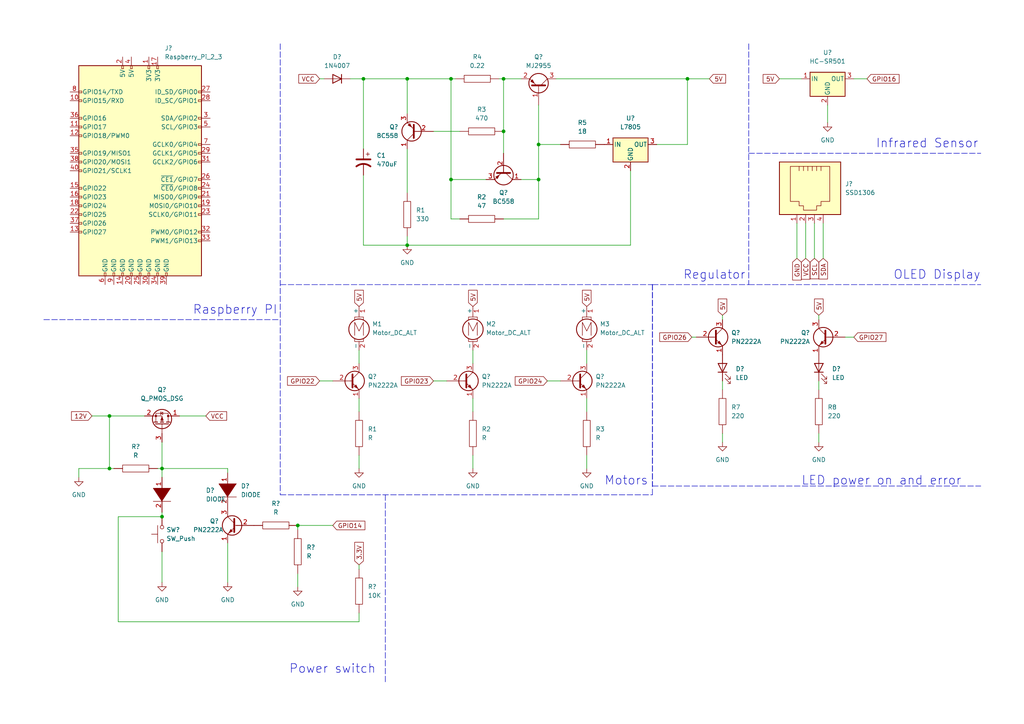
<source format=kicad_sch>
(kicad_sch (version 20211123) (generator eeschema)
  (paper "A4")
  (lib_symbols
    (symbol "Connector:6P4C" (pin_names (offset 1.016))
      (property "Reference" "J" (at -5.08 11.43 0))
      (property "Value" "6P4C" (at 2.54 11.43 0))
      (symbol "6P4C_0_1"
        (polyline (pts (xy -6.35 -1.905) (xy -5.08 -1.905) (xy -5.08 -1.905)))
        (polyline (pts (xy -6.35 -0.635) (xy -5.08 -0.635) (xy -5.08 -0.635)))
        (polyline (pts (xy -6.35 0.635) (xy -5.08 0.635) (xy -5.08 0.635)))
        (polyline (pts (xy -6.35 1.905) (xy -5.08 1.905) (xy -5.08 1.905)))
        (polyline (pts (xy -6.35 3.175) (xy -5.08 3.175) (xy -5.08 3.175)))
        (polyline (pts (xy -5.08 4.445) (xy -6.35 4.445) (xy -6.35 4.445)))
        (polyline (pts (xy -6.35 -4.445) (xy -6.35 6.985) (xy 3.81 6.985) (xy 3.81 4.445) (xy 5.08 4.445) (xy 5.08 3.175) (xy 6.35 3.175) (xy 6.35 -0.635) (xy 5.08 -0.635) (xy 5.08 -1.905) (xy 3.81 -1.905) (xy 3.81 -4.445) (xy -6.35 -4.445) (xy -6.35 -4.445)))
        (rectangle (start 7.62 10.16) (end -7.62 -7.62) (stroke (width 0.254)) (fill (type background)))
      )
      (symbol "6P4C_1_1"
        (pin passive line (at 10.16 -2.54 180) (length 2.54) (name "~") (number "1"))
        (pin passive line (at 10.16 0 180) (length 2.54) (name "~") (number "2"))
        (pin passive line (at 10.16 2.54 180) (length 2.54) (name "~") (number "3"))
        (pin passive line (at 10.16 5.08 180) (length 2.54) (name "~") (number "4"))
      )
    )
    (symbol "Connector:Raspberry_Pi_2_3" (pin_names (offset 1.016))
      (property "Reference" "J" (at -17.78 31.75 0))
      (property "Value" "Raspberry_Pi_2_3" (at 10.16 -31.75 0))
      (symbol "Raspberry_Pi_2_3_0_1"
        (rectangle (start -17.78 30.48) (end 17.78 -30.48) (stroke (width 0.254)) (fill (type background)))
      )
      (symbol "Raspberry_Pi_2_3_1_1"
        (rectangle (start -16.891 -17.526) (end -17.78 -18.034))
        (rectangle (start -16.891 -14.986) (end -17.78 -15.494))
        (rectangle (start -16.891 -12.446) (end -17.78 -12.954))
        (rectangle (start -16.891 -9.906) (end -17.78 -10.414))
        (rectangle (start -16.891 -7.366) (end -17.78 -7.874))
        (rectangle (start -16.891 -4.826) (end -17.78 -5.334))
        (rectangle (start -16.891 0.254) (end -17.78 -0.254))
        (rectangle (start -16.891 2.794) (end -17.78 2.286))
        (rectangle (start -16.891 5.334) (end -17.78 4.826))
        (rectangle (start -16.891 10.414) (end -17.78 9.906))
        (rectangle (start -16.891 12.954) (end -17.78 12.446))
        (rectangle (start -16.891 15.494) (end -17.78 14.986))
        (rectangle (start -16.891 20.574) (end -17.78 20.066))
        (rectangle (start -16.891 23.114) (end -17.78 22.606))
        (rectangle (start -10.414 -29.591) (end -9.906 -30.48))
        (rectangle (start -7.874 -29.591) (end -7.366 -30.48))
        (rectangle (start -5.334 -29.591) (end -4.826 -30.48))
        (rectangle (start -5.334 30.48) (end -4.826 29.591))
        (rectangle (start -2.794 -29.591) (end -2.286 -30.48))
        (rectangle (start -2.794 30.48) (end -2.286 29.591))
        (rectangle (start -0.254 -29.591) (end 0.254 -30.48))
        (rectangle (start 2.286 -29.591) (end 2.794 -30.48))
        (rectangle (start 2.286 30.48) (end 2.794 29.591))
        (rectangle (start 4.826 -29.591) (end 5.334 -30.48))
        (rectangle (start 4.826 30.48) (end 5.334 29.591))
        (rectangle (start 7.366 -29.591) (end 7.874 -30.48))
        (rectangle (start 17.78 -20.066) (end 16.891 -20.574))
        (rectangle (start 17.78 -17.526) (end 16.891 -18.034))
        (rectangle (start 17.78 -12.446) (end 16.891 -12.954))
        (rectangle (start 17.78 -9.906) (end 16.891 -10.414))
        (rectangle (start 17.78 -7.366) (end 16.891 -7.874))
        (rectangle (start 17.78 -4.826) (end 16.891 -5.334))
        (rectangle (start 17.78 -2.286) (end 16.891 -2.794))
        (rectangle (start 17.78 2.794) (end 16.891 2.286))
        (rectangle (start 17.78 5.334) (end 16.891 4.826))
        (rectangle (start 17.78 7.874) (end 16.891 7.366))
        (rectangle (start 17.78 12.954) (end 16.891 12.446))
        (rectangle (start 17.78 15.494) (end 16.891 14.986))
        (rectangle (start 17.78 20.574) (end 16.891 20.066))
        (rectangle (start 17.78 23.114) (end 16.891 22.606))
        (pin power_in line (at 2.54 33.02 270) (length 2.54) (name "3V3") (number "1"))
        (pin bidirectional line (at -20.32 20.32 0) (length 2.54) (name "GPIO15/RXD") (number "10"))
        (pin bidirectional line (at -20.32 12.7 0) (length 2.54) (name "GPIO17") (number "11"))
        (pin bidirectional line (at -20.32 10.16 0) (length 2.54) (name "GPIO18/PWM0") (number "12"))
        (pin bidirectional line (at -20.32 -17.78 0) (length 2.54) (name "GPIO27") (number "13"))
        (pin power_in line (at -5.08 -33.02 90) (length 2.54) (name "GND") (number "14"))
        (pin bidirectional line (at -20.32 -5.08 0) (length 2.54) (name "GPIO22") (number "15"))
        (pin bidirectional line (at -20.32 -7.62 0) (length 2.54) (name "GPIO23") (number "16"))
        (pin power_in line (at 5.08 33.02 270) (length 2.54) (name "3V3") (number "17"))
        (pin bidirectional line (at -20.32 -10.16 0) (length 2.54) (name "GPIO24") (number "18"))
        (pin bidirectional line (at 20.32 -10.16 180) (length 2.54) (name "MOSI0/GPIO10") (number "19"))
        (pin power_in line (at -5.08 33.02 270) (length 2.54) (name "5V") (number "2"))
        (pin power_in line (at -2.54 -33.02 90) (length 2.54) (name "GND") (number "20"))
        (pin bidirectional line (at 20.32 -7.62 180) (length 2.54) (name "MISO0/GPIO9") (number "21"))
        (pin bidirectional line (at -20.32 -12.7 0) (length 2.54) (name "GPIO25") (number "22"))
        (pin bidirectional line (at 20.32 -12.7 180) (length 2.54) (name "SCLK0/GPIO11") (number "23"))
        (pin bidirectional line (at 20.32 -5.08 180) (length 2.54) (name "~{CE0}/GPIO8") (number "24"))
        (pin power_in line (at 0 -33.02 90) (length 2.54) (name "GND") (number "25"))
        (pin bidirectional line (at 20.32 -2.54 180) (length 2.54) (name "~{CE1}/GPIO7") (number "26"))
        (pin bidirectional line (at 20.32 22.86 180) (length 2.54) (name "ID_SD/GPIO0") (number "27"))
        (pin bidirectional line (at 20.32 20.32 180) (length 2.54) (name "ID_SC/GPIO1") (number "28"))
        (pin bidirectional line (at 20.32 5.08 180) (length 2.54) (name "GCLK1/GPIO5") (number "29"))
        (pin bidirectional line (at 20.32 15.24 180) (length 2.54) (name "SDA/GPIO2") (number "3"))
        (pin power_in line (at 2.54 -33.02 90) (length 2.54) (name "GND") (number "30"))
        (pin bidirectional line (at 20.32 2.54 180) (length 2.54) (name "GCLK2/GPIO6") (number "31"))
        (pin bidirectional line (at 20.32 -17.78 180) (length 2.54) (name "PWM0/GPIO12") (number "32"))
        (pin bidirectional line (at 20.32 -20.32 180) (length 2.54) (name "PWM1/GPIO13") (number "33"))
        (pin power_in line (at 5.08 -33.02 90) (length 2.54) (name "GND") (number "34"))
        (pin bidirectional line (at -20.32 5.08 0) (length 2.54) (name "GPIO19/MISO1") (number "35"))
        (pin bidirectional line (at -20.32 15.24 0) (length 2.54) (name "GPIO16") (number "36"))
        (pin bidirectional line (at -20.32 -15.24 0) (length 2.54) (name "GPIO26") (number "37"))
        (pin bidirectional line (at -20.32 2.54 0) (length 2.54) (name "GPIO20/MOSI1") (number "38"))
        (pin power_in line (at 7.62 -33.02 90) (length 2.54) (name "GND") (number "39"))
        (pin power_in line (at -2.54 33.02 270) (length 2.54) (name "5V") (number "4"))
        (pin bidirectional line (at -20.32 0 0) (length 2.54) (name "GPIO21/SCLK1") (number "40"))
        (pin bidirectional line (at 20.32 12.7 180) (length 2.54) (name "SCL/GPIO3") (number "5"))
        (pin power_in line (at -10.16 -33.02 90) (length 2.54) (name "GND") (number "6"))
        (pin bidirectional line (at 20.32 7.62 180) (length 2.54) (name "GCLK0/GPIO4") (number "7"))
        (pin bidirectional line (at -20.32 22.86 0) (length 2.54) (name "GPIO14/TXD") (number "8"))
        (pin power_in line (at -7.62 -33.02 90) (length 2.54) (name "GND") (number "9"))
      )
    )
    (symbol "Device:C_Polarized_US" (pin_numbers hide) (pin_names (offset 0.254) hide)
      (property "Reference" "C" (at 0.635 2.54 0))
      (property "Value" "C_Polarized_US" (at 0.635 -2.54 0))
      (symbol "C_Polarized_US_0_1"
        (polyline (pts (xy -2.032 0.762) (xy 2.032 0.762)) (stroke (width 0.508)))
        (polyline (pts (xy -1.778 2.286) (xy -0.762 2.286)))
        (polyline (pts (xy -1.27 1.778) (xy -1.27 2.794)))
        (arc (start 2.032 -1.27) (mid 0 -0.5572) (end -2.032 -1.27) (stroke (width 0.508)))
      )
      (symbol "C_Polarized_US_1_1"
        (pin passive line (at 0 3.81 270) (length 2.794) (name "~") (number "1"))
        (pin passive line (at 0 -3.81 90) (length 3.302) (name "~") (number "2"))
      )
    )
    (symbol "Device:LED" (pin_numbers hide) (pin_names (offset 1.016) hide)
      (property "Reference" "D" (at 0 2.54 0))
      (property "Value" "LED" (at 0 -2.54 0))
      (symbol "LED_0_1"
        (polyline (pts (xy -1.27 -1.27) (xy -1.27 1.27)) (stroke (width 0.254)))
        (polyline (pts (xy -1.27 0) (xy 1.27 0)))
        (polyline (pts (xy 1.27 -1.27) (xy 1.27 1.27) (xy -1.27 0) (xy 1.27 -1.27)) (stroke (width 0.254)))
        (polyline (pts (xy -3.048 -0.762) (xy -4.572 -2.286) (xy -3.81 -2.286) (xy -4.572 -2.286) (xy -4.572 -1.524)))
        (polyline (pts (xy -1.778 -0.762) (xy -3.302 -2.286) (xy -2.54 -2.286) (xy -3.302 -2.286) (xy -3.302 -1.524)))
      )
      (symbol "LED_1_1"
        (pin passive line (at -3.81 0 0) (length 2.54) (name "K") (number "1"))
        (pin passive line (at 3.81 0 180) (length 2.54) (name "A") (number "2"))
      )
    )
    (symbol "Device:Q_PMOS_DSG" (pin_names (offset 0) hide)
      (property "Reference" "Q" (at 5.08 1.27 0))
      (property "Value" "Q_PMOS_DSG" (at 5.08 -1.27 0))
      (symbol "Q_PMOS_DSG_0_1"
        (polyline (pts (xy 0.254 0) (xy -2.54 0)))
        (polyline (pts (xy 0.254 1.905) (xy 0.254 -1.905)) (stroke (width 0.254)))
        (polyline (pts (xy 0.762 -1.27) (xy 0.762 -2.286)) (stroke (width 0.254)))
        (polyline (pts (xy 0.762 0.508) (xy 0.762 -0.508)) (stroke (width 0.254)))
        (polyline (pts (xy 0.762 2.286) (xy 0.762 1.27)) (stroke (width 0.254)))
        (polyline (pts (xy 2.54 2.54) (xy 2.54 1.778)))
        (polyline (pts (xy 2.54 -2.54) (xy 2.54 0) (xy 0.762 0)))
        (polyline (pts (xy 0.762 1.778) (xy 3.302 1.778) (xy 3.302 -1.778) (xy 0.762 -1.778)))
        (polyline (pts (xy 2.286 0) (xy 1.27 0.381) (xy 1.27 -0.381) (xy 2.286 0)) (fill (type outline)))
        (polyline (pts (xy 2.794 -0.508) (xy 2.921 -0.381) (xy 3.683 -0.381) (xy 3.81 -0.254)))
        (polyline (pts (xy 3.302 -0.381) (xy 2.921 0.254) (xy 3.683 0.254) (xy 3.302 -0.381)))
        (circle (center 1.651 0) (radius 2.794) (stroke (width 0.254)))
        (circle (center 2.54 -1.778) (radius 0.254) (fill (type outline)))
        (circle (center 2.54 1.778) (radius 0.254) (fill (type outline)))
      )
      (symbol "Q_PMOS_DSG_1_1"
        (pin passive line (at 2.54 5.08 270) (length 2.54) (name "D") (number "1"))
        (pin passive line (at 2.54 -5.08 90) (length 2.54) (name "S") (number "2"))
        (pin input line (at -5.08 0 0) (length 2.54) (name "G") (number "3"))
      )
    )
    (symbol "Diode:1N4007" (pin_numbers hide) (pin_names (offset 1.016) hide)
      (property "Reference" "D" (at 0 2.54 0))
      (property "Value" "1N4007" (at 0 -2.54 0))
      (symbol "1N4007_0_1"
        (polyline (pts (xy -1.27 1.27) (xy -1.27 -1.27)) (stroke (width 0.254)))
        (polyline (pts (xy 1.27 0) (xy -1.27 0)))
        (polyline (pts (xy 1.27 1.27) (xy 1.27 -1.27) (xy -1.27 0) (xy 1.27 1.27)) (stroke (width 0.254)))
      )
      (symbol "1N4007_1_1"
        (pin passive line (at -3.81 0 0) (length 2.54) (name "K") (number "1"))
        (pin passive line (at 3.81 0 180) (length 2.54) (name "A") (number "2"))
      )
    )
    (symbol "Motor:Motor_DC_ALT" (pin_names (offset 0))
      (property "Reference" "M" (at 2.54 2.54 0))
      (property "Value" "Motor_DC_ALT" (at 2.54 -5.08 0))
      (symbol "Motor_DC_ALT_0_0"
        (circle (center 0 -1.524) (radius 2.9718) (stroke (width 0.254)))
        (polyline (pts (xy -1.27 -4.318) (xy -1.27 -5.08) (xy 1.27 -5.08) (xy 1.27 -4.318)))
        (polyline (pts (xy -1.27 1.27) (xy -1.27 2.032) (xy 1.27 2.032) (xy 1.27 1.27)))
        (polyline (pts (xy -1.27 -3.302) (xy -1.27 0.508) (xy 0 -2.032) (xy 1.27 0.508) (xy 1.27 -3.302)))
      )
      (symbol "Motor_DC_ALT_0_1"
        (polyline (pts (xy 0 2.032) (xy 0 2.54)))
      )
      (symbol "Motor_DC_ALT_1_1"
        (pin passive line (at 0 5.08 270) (length 2.54) (name "+") (number "1"))
        (pin passive line (at 0 -7.62 90) (length 2.54) (name "-") (number "2"))
      )
    )
    (symbol "Regulator_Linear:L7805" (pin_names (offset 0.254))
      (property "Reference" "U" (at -3.81 3.175 0))
      (property "Value" "L7805" (at 0 3.175 0))
      (symbol "L7805_0_1"
        (rectangle (start -5.08 1.905) (end 5.08 -5.08) (stroke (width 0.254)) (fill (type background)))
      )
      (symbol "L7805_1_1"
        (pin power_in line (at -7.62 0 0) (length 2.54) (name "IN") (number "1"))
        (pin power_in line (at 0 -7.62 90) (length 2.54) (name "GND") (number "2"))
        (pin power_out line (at 7.62 0 180) (length 2.54) (name "OUT") (number "3"))
      )
    )
    (symbol "Switch:SW_Push" (pin_numbers hide) (pin_names (offset 1.016) hide)
      (property "Reference" "SW" (at 1.27 2.54 0))
      (property "Value" "SW_Push" (at 0 -1.524 0))
      (symbol "SW_Push_0_1"
        (circle (center -2.032 0) (radius 0.508))
        (polyline (pts (xy 0 1.27) (xy 0 3.048)))
        (polyline (pts (xy 2.54 1.27) (xy -2.54 1.27)))
        (circle (center 2.032 0) (radius 0.508))
        (pin passive line (at -5.08 0 0) (length 2.54) (name "1") (number "1"))
        (pin passive line (at 5.08 0 180) (length 2.54) (name "2") (number "2"))
      )
    )
    (symbol "Transistor_BJT:BC558" (pin_names (offset 0) hide)
      (property "Reference" "Q" (at 5.08 1.905 0))
      (property "Value" "BC558" (at 5.08 0 0))
      (symbol "BC558_0_1"
        (polyline (pts (xy 0.635 0.635) (xy 2.54 2.54)))
        (polyline (pts (xy 0.635 -0.635) (xy 2.54 -2.54) (xy 2.54 -2.54)))
        (polyline (pts (xy 0.635 1.905) (xy 0.635 -1.905) (xy 0.635 -1.905)) (stroke (width 0.508)))
        (polyline (pts (xy 2.286 -1.778) (xy 1.778 -2.286) (xy 1.27 -1.27) (xy 2.286 -1.778) (xy 2.286 -1.778)) (fill (type outline)))
        (circle (center 1.27 0) (radius 2.8194) (stroke (width 0.254)))
      )
      (symbol "BC558_1_1"
        (pin passive line (at 2.54 5.08 270) (length 2.54) (name "C") (number "1"))
        (pin input line (at -5.08 0 0) (length 5.715) (name "B") (number "2"))
        (pin passive line (at 2.54 -5.08 90) (length 2.54) (name "E") (number "3"))
      )
    )
    (symbol "Transistor_BJT:MJ2955" (pin_names (offset 0) hide)
      (property "Reference" "Q" (at 5.08 1.905 0))
      (property "Value" "MJ2955" (at 5.08 0 0))
      (symbol "MJ2955_0_1"
        (polyline (pts (xy 0.635 0.635) (xy 2.54 2.54)))
        (polyline (pts (xy 0.635 -0.635) (xy 2.54 -2.54) (xy 2.54 -2.54)))
        (polyline (pts (xy 0.635 1.905) (xy 0.635 -1.905) (xy 0.635 -1.905)) (stroke (width 0.508)))
        (polyline (pts (xy 2.286 -1.778) (xy 1.778 -2.286) (xy 1.27 -1.27) (xy 2.286 -1.778) (xy 2.286 -1.778)) (fill (type outline)))
        (circle (center 1.27 0) (radius 2.8194) (stroke (width 0.254)))
      )
      (symbol "MJ2955_1_1"
        (pin input line (at -5.08 0 0) (length 5.715) (name "B") (number "1"))
        (pin passive line (at 2.54 -5.08 90) (length 2.54) (name "E") (number "2"))
        (pin passive line (at 2.54 5.08 270) (length 2.54) (name "C") (number "3"))
      )
    )
    (symbol "Transistor_BJT:PN2222A" (pin_names (offset 0) hide)
      (property "Reference" "Q" (at 5.08 1.905 0))
      (property "Value" "PN2222A" (at 5.08 0 0))
      (symbol "PN2222A_0_1"
        (polyline (pts (xy 0 0) (xy 0.635 0)))
        (polyline (pts (xy 2.54 -2.54) (xy 0.635 -0.635)))
        (polyline (pts (xy 2.54 2.54) (xy 0.635 0.635)))
        (polyline (pts (xy 0.635 1.905) (xy 0.635 -1.905) (xy 0.635 -1.905)) (stroke (width 0.508)))
        (polyline (pts (xy 2.413 -2.413) (xy 1.905 -1.905) (xy 1.905 -1.905)))
        (polyline (pts (xy 1.143 -1.651) (xy 1.651 -1.143) (xy 2.159 -2.159) (xy 1.143 -1.651) (xy 1.143 -1.651)) (fill (type outline)))
        (circle (center 1.27 0) (radius 2.8194) (stroke (width 0.254)))
      )
      (symbol "PN2222A_1_1"
        (pin passive line (at 2.54 -5.08 90) (length 2.54) (name "E") (number "1"))
        (pin input line (at -5.08 0 0) (length 5.08) (name "B") (number "2"))
        (pin passive line (at 2.54 5.08 270) (length 2.54) (name "C") (number "3"))
      )
    )
    (symbol "power:GND" (power) (pin_names (offset 0))
      (property "Value" "GND" (at 0 -3.81 0))
      (symbol "GND_0_1"
        (polyline (pts (xy 0 0) (xy 0 -1.27) (xy 1.27 -1.27) (xy 0 -2.54) (xy -1.27 -1.27) (xy 0 -1.27)))
      )
      (symbol "GND_1_1"
        (pin power_in line (at 0 0 270) (length 0) hide (name "GND") (number "1"))
      )
    )
    (symbol "pspice:DIODE" (pin_names (offset 1.016) hide)
      (property "Reference" "D" (at 0 3.81 0))
      (property "Value" "DIODE" (at 0 -4.445 0))
      (symbol "DIODE_0_1"
        (polyline (pts (xy 1.905 2.54) (xy 1.905 -2.54)))
        (polyline (pts (xy -1.905 2.54) (xy -1.905 -2.54) (xy 1.905 0)) (fill (type outline)))
      )
      (symbol "DIODE_1_1"
        (pin input line (at -5.08 0 0) (length 3.81) (name "K") (number "1"))
        (pin input line (at 5.08 0 180) (length 3.81) (name "A") (number "2"))
      )
    )
    (symbol "pspice:R" (pin_numbers hide) (pin_names (offset 0))
      (property "Reference" "R" (at 2.032 0 90))
      (property "Value" "R" (at 0 0 90))
      (symbol "R_0_1"
        (rectangle (start -1.016 3.81) (end 1.016 -3.81))
      )
      (symbol "R_1_1"
        (pin passive line (at 0 6.35 270) (length 2.54) (name "~") (number "1"))
        (pin passive line (at 0 -6.35 90) (length 2.54) (name "~") (number "2"))
      )
    )
  )
  (junction (at 86.36 152.4))
  (junction (at 156.21 52.07))
  (junction (at 105.41 22.86))
  (junction (at 156.21 41.91))
  (junction (at 199.39 22.86))
  (junction (at 130.81 52.07))
  (junction (at 31.75 135.89))
  (junction (at 46.99 135.89))
  (junction (at 118.11 71.12))
  (junction (at 46.99 149.86))
  (junction (at 146.05 38.1))
  (junction (at 146.05 22.86))
  (junction (at 118.11 22.86))
  (junction (at 130.81 22.86))
  (junction (at 31.75 120.65))
  (wire (pts (xy 209.55 110.49) (xy 209.55 113.03)))
  (wire (pts (xy 236.22 64.77) (xy 236.22 74.93)))
  (polyline (pts (xy 189.23 82.55) (xy 189.23 140.97)))
  (wire (pts (xy 86.36 166.37) (xy 86.36 170.18)))
  (wire (pts (xy 231.14 64.77) (xy 231.14 74.93)))
  (wire (pts (xy 104.14 177.8) (xy 104.14 180.34)))
  (wire (pts (xy 118.11 68.58) (xy 118.11 71.12)))
  (wire (pts (xy 130.81 52.07) (xy 140.97 52.07)))
  (wire (pts (xy 104.14 115.57) (xy 104.14 119.38)))
  (wire (pts (xy 104.14 163.83) (xy 104.14 165.1)))
  (wire (pts (xy 104.14 101.6) (xy 104.14 105.41)))
  (wire (pts (xy 105.41 71.12) (xy 105.41 50.8)))
  (wire (pts (xy 22.86 135.89) (xy 31.75 135.89)))
  (polyline (pts (xy 81.28 82.55) (xy 153.67 82.55)))
  (wire (pts (xy 130.81 63.5) (xy 133.35 63.5)))
  (wire (pts (xy 105.41 22.86) (xy 118.11 22.86)))
  (wire (pts (xy 93.98 22.86) (xy 92.71 22.86)))
  (wire (pts (xy 137.16 101.6) (xy 137.16 105.41)))
  (wire (pts (xy 151.13 52.07) (xy 156.21 52.07)))
  (wire (pts (xy 31.75 135.89) (xy 33.02 135.89)))
  (wire (pts (xy 170.18 115.57) (xy 170.18 119.38)))
  (wire (pts (xy 52.07 120.65) (xy 59.69 120.65)))
  (wire (pts (xy 31.75 120.65) (xy 41.91 120.65)))
  (wire (pts (xy 130.81 63.5) (xy 130.81 52.07)))
  (wire (pts (xy 130.81 22.86) (xy 132.08 22.86)))
  (polyline (pts (xy 217.17 12.7) (xy 217.17 82.55)))
  (wire (pts (xy 46.99 135.89) (xy 66.04 135.89)))
  (wire (pts (xy 46.99 135.89) (xy 46.99 138.43)))
  (wire (pts (xy 237.49 110.49) (xy 237.49 113.03)))
  (wire (pts (xy 137.16 115.57) (xy 137.16 119.38)))
  (wire (pts (xy 226.06 22.86) (xy 232.41 22.86)))
  (wire (pts (xy 146.05 22.86) (xy 146.05 38.1)))
  (wire (pts (xy 237.49 91.44) (xy 237.49 92.71)))
  (wire (pts (xy 92.71 110.49) (xy 96.52 110.49)))
  (wire (pts (xy 240.03 30.48) (xy 240.03 35.56)))
  (wire (pts (xy 34.29 149.86) (xy 34.29 180.34)))
  (wire (pts (xy 182.88 71.12) (xy 182.88 49.53)))
  (wire (pts (xy 86.36 152.4) (xy 96.52 152.4)))
  (wire (pts (xy 66.04 157.48) (xy 66.04 168.91)))
  (wire (pts (xy 209.55 125.73) (xy 209.55 128.27)))
  (wire (pts (xy 118.11 22.86) (xy 118.11 33.02)))
  (wire (pts (xy 22.86 135.89) (xy 22.86 138.43)))
  (polyline (pts (xy 189.23 140.97) (xy 284.48 140.97)))
  (wire (pts (xy 146.05 38.1) (xy 146.05 44.45)))
  (wire (pts (xy 46.99 135.89) (xy 46.99 128.27)))
  (wire (pts (xy 199.39 41.91) (xy 190.5 41.91)))
  (wire (pts (xy 125.73 38.1) (xy 133.35 38.1)))
  (wire (pts (xy 199.39 22.86) (xy 205.74 22.86)))
  (polyline (pts (xy 12.7 92.71) (xy 81.28 92.71)))
  (polyline (pts (xy 111.76 143.51) (xy 111.76 198.12)))
  (polyline (pts (xy 189.23 143.51) (xy 189.23 82.55)))
  (wire (pts (xy 247.65 22.86) (xy 251.46 22.86)))
  (polyline (pts (xy 153.67 82.55) (xy 189.23 82.55)))
  (wire (pts (xy 125.73 110.49) (xy 129.54 110.49)))
  (wire (pts (xy 118.11 22.86) (xy 130.81 22.86)))
  (wire (pts (xy 156.21 52.07) (xy 156.21 41.91)))
  (wire (pts (xy 101.6 22.86) (xy 105.41 22.86)))
  (polyline (pts (xy 217.17 82.55) (xy 284.48 82.55)))
  (wire (pts (xy 238.76 64.77) (xy 238.76 74.93)))
  (wire (pts (xy 170.18 101.6) (xy 170.18 105.41)))
  (wire (pts (xy 118.11 71.12) (xy 182.88 71.12)))
  (wire (pts (xy 158.75 110.49) (xy 162.56 110.49)))
  (polyline (pts (xy 81.28 143.51) (xy 189.23 143.51)))
  (wire (pts (xy 45.72 135.89) (xy 46.99 135.89)))
  (wire (pts (xy 118.11 71.12) (xy 105.41 71.12)))
  (wire (pts (xy 26.67 120.65) (xy 31.75 120.65)))
  (wire (pts (xy 237.49 125.73) (xy 237.49 128.27)))
  (wire (pts (xy 86.36 152.4) (xy 86.36 153.67)))
  (wire (pts (xy 31.75 120.65) (xy 31.75 135.89)))
  (wire (pts (xy 34.29 180.34) (xy 104.14 180.34)))
  (wire (pts (xy 104.14 132.08) (xy 104.14 135.89)))
  (wire (pts (xy 156.21 63.5) (xy 146.05 63.5)))
  (wire (pts (xy 156.21 41.91) (xy 162.56 41.91)))
  (wire (pts (xy 146.05 22.86) (xy 151.13 22.86)))
  (polyline (pts (xy 81.28 92.71) (xy 81.28 143.51)))
  (wire (pts (xy 233.68 64.77) (xy 233.68 74.93)))
  (wire (pts (xy 46.99 149.86) (xy 34.29 149.86)))
  (polyline (pts (xy 217.17 44.45) (xy 284.48 44.45)))
  (wire (pts (xy 199.39 22.86) (xy 161.29 22.86)))
  (wire (pts (xy 245.11 97.79) (xy 247.65 97.79)))
  (wire (pts (xy 156.21 52.07) (xy 156.21 63.5)))
  (polyline (pts (xy 81.28 12.7) (xy 81.28 92.71)))
  (wire (pts (xy 46.99 148.59) (xy 46.99 149.86)))
  (wire (pts (xy 199.39 41.91) (xy 199.39 22.86)))
  (wire (pts (xy 105.41 22.86) (xy 105.41 43.18)))
  (wire (pts (xy 209.55 91.44) (xy 209.55 92.71)))
  (wire (pts (xy 200.66 97.79) (xy 201.93 97.79)))
  (wire (pts (xy 137.16 132.08) (xy 137.16 135.89)))
  (polyline (pts (xy 189.23 82.55) (xy 217.17 82.55)))
  (wire (pts (xy 66.04 135.89) (xy 66.04 137.16)))
  (polyline (pts (xy 189.23 82.55) (xy 189.23 82.55)))
  (wire (pts (xy 144.78 22.86) (xy 146.05 22.86)))
  (wire (pts (xy 170.18 132.08) (xy 170.18 135.89)))
  (wire (pts (xy 118.11 43.18) (xy 118.11 55.88)))
  (wire (pts (xy 46.99 160.02) (xy 46.99 168.91)))
  (wire (pts (xy 156.21 41.91) (xy 156.21 30.48)))
  (wire (pts (xy 130.81 22.86) (xy 130.81 52.07)))
  (text "Infrared Sensor " (at 254 43.18 0) (effects (font (size 2.54 2.54)) (justify left bottom)))
  (text "Regulator" (at 198.12 81.28 0) (effects (font (size 2.5 2.5)) (justify left bottom)))
  (text "Raspberry PI" (at 55.88 91.44 0) (effects (font (size 2.54 2.54)) (justify left bottom)))
  (text "Power switch" (at 83.82 195.58 0) (effects (font (size 2.54 2.54)) (justify left bottom)))
  (text "Motors" (at 175.26 140.97 0) (effects (font (size 2.54 2.54)) (justify left bottom)))
  (text "OLED Display" (at 259.08 81.28 0) (effects (font (size 2.54 2.54)) (justify left bottom)))
  (text "LED power on and error" (at 232.41 140.97 0) (effects (font (size 2.54 2.54)) (justify left bottom)))
  (global_label "SDA" (shape input) (at 238.76 74.93 270) (property "Intersheet References" "${INTERSHEET_REFS}" (effects hide)))
  (global_label "GPIO22" (shape input) (at 92.71 110.49 180) (property "Intersheet References" "${INTERSHEET_REFS}" (effects hide)))
  (global_label "12V" (shape input) (at 26.67 120.65 180) (property "Intersheet References" "${INTERSHEET_REFS}" (effects hide)))
  (global_label "3.3V" (shape input) (at 104.14 163.83 90) (property "Intersheet References" "${INTERSHEET_REFS}" (effects hide)))
  (global_label "GND" (shape input) (at 231.14 74.93 270) (property "Intersheet References" "${INTERSHEET_REFS}" (effects hide)))
  (global_label "VCC" (shape input) (at 59.69 120.65 0) (property "Intersheet References" "${INTERSHEET_REFS}" (effects hide)))
  (global_label "VCC" (shape input) (at 233.68 74.93 270) (property "Intersheet References" "${INTERSHEET_REFS}" (effects hide)))
  (global_label "GPIO16" (shape input) (at 251.46 22.86 0) (property "Intersheet References" "${INTERSHEET_REFS}" (effects hide)))
  (global_label "SCL" (shape input) (at 236.22 74.93 270) (property "Intersheet References" "${INTERSHEET_REFS}" (effects hide)))
  (global_label "5V" (shape input) (at 205.74 22.86 0) (property "Intersheet References" "${INTERSHEET_REFS}" (effects hide)))
  (global_label "GPIO14" (shape input) (at 96.52 152.4 0) (property "Intersheet References" "${INTERSHEET_REFS}" (effects hide)))
  (global_label "5V" (shape input) (at 137.16 88.9 90) (property "Intersheet References" "${INTERSHEET_REFS}" (effects hide)))
  (global_label "5V" (shape input) (at 209.55 91.44 90) (property "Intersheet References" "${INTERSHEET_REFS}" (effects hide)))
  (global_label "5V" (shape input) (at 226.06 22.86 180) (property "Intersheet References" "${INTERSHEET_REFS}" (effects hide)))
  (global_label "VCC" (shape input) (at 92.71 22.86 180) (property "Intersheet References" "${INTERSHEET_REFS}" (effects hide)))
  (global_label "5V" (shape input) (at 104.14 88.9 90) (property "Intersheet References" "${INTERSHEET_REFS}" (effects hide)))
  (global_label "GPIO27" (shape input) (at 247.65 97.79 0) (property "Intersheet References" "${INTERSHEET_REFS}" (effects hide)))
  (global_label "5V" (shape input) (at 170.18 88.9 90) (property "Intersheet References" "${INTERSHEET_REFS}" (effects hide)))
  (global_label "GPIO23" (shape input) (at 125.73 110.49 180) (property "Intersheet References" "${INTERSHEET_REFS}" (effects hide)))
  (global_label "GPIO26" (shape input) (at 200.66 97.79 180) (property "Intersheet References" "${INTERSHEET_REFS}" (effects hide)))
  (global_label "5V" (shape input) (at 237.49 91.44 90) (property "Intersheet References" "${INTERSHEET_REFS}" (effects hide)))
  (global_label "GPIO24" (shape input) (at 158.75 110.49 180) (property "Intersheet References" "${INTERSHEET_REFS}" (effects hide)))
  (symbol (lib_id "pspice:R") (at 86.36 160.02 180) (unit 1)
    (property "Reference" "R?" (at 88.9 158.7499 0) (effects (justify right)))
    (property "Value" "R" (at 88.9 161.2899 0) (effects (justify right)))
  )
  (symbol (lib_id "power:GND") (at 66.04 168.91 0) (unit 1)
    (property "Reference" "#PWR?" (effects hide))
    (property "Value" "GND" (at 66.04 173.99 0))
  )
  (symbol (lib_id "Device:C_Polarized_US") (at 105.41 46.99 0) (mirror y) (unit 1)
    (property "Reference" "C1" (at 109.22 45.0849 0) (effects (justify right)))
    (property "Value" "470uF" (at 109.22 47.6249 0) (effects (justify right)))
  )
  (symbol (lib_id "Transistor_BJT:PN2222A") (at 207.01 97.79 0) (unit 1)
    (property "Reference" "Q?" (at 212.09 96.5199 0) (effects (justify left)))
    (property "Value" "PN2222A" (at 212.09 99.0599 0) (effects (justify left)))
    (property "Footprint" "Package_TO_SOT_THT:TO-92_Inline" (effects hide))
    (property "Datasheet" "https://www.onsemi.com/pub/Collateral/PN2222-D.PDF" (effects hide))
  )
  (symbol (lib_id "pspice:R") (at 138.43 22.86 90) (unit 1)
    (property "Reference" "R4" (at 138.43 16.51 90))
    (property "Value" "0.22" (at 138.43 19.05 90))
  )
  (symbol (lib_id "pspice:R") (at 139.7 38.1 90) (unit 1)
    (property "Reference" "R3" (at 139.7 31.75 90))
    (property "Value" "470" (at 139.7 34.29 90))
  )
  (symbol (lib_id "pspice:R") (at 104.14 125.73 0) (unit 1)
    (property "Reference" "R1" (at 106.68 124.4599 0) (effects (justify left)))
    (property "Value" "R" (at 106.68 126.9999 0) (effects (justify left)))
  )
  (symbol (lib_id "Device:LED") (at 237.49 106.68 90) (unit 1)
    (property "Reference" "D?" (at 241.3 106.9974 90) (effects (justify right)))
    (property "Value" "LED" (at 241.3 109.5374 90) (effects (justify right)))
  )
  (symbol (lib_id "Transistor_BJT:PN2222A") (at 68.58 152.4 0) (mirror y) (unit 1)
    (property "Reference" "Q?" (at 63.5 151.1299 0) (effects (justify left)))
    (property "Value" "PN2222A" (at 64.77 153.67 0) (effects (justify left)))
    (property "Footprint" "Package_TO_SOT_THT:TO-92_Inline" (effects hide))
    (property "Datasheet" "https://www.onsemi.com/pub/Collateral/PN2222-D.PDF" (effects hide))
  )
  (symbol (lib_id "power:GND") (at 46.99 168.91 0) (unit 1)
    (property "Reference" "#PWR?" (effects hide))
    (property "Value" "GND" (at 46.99 173.99 0))
  )
  (symbol (lib_id "pspice:R") (at 170.18 125.73 0) (unit 1)
    (property "Reference" "R3" (at 172.72 124.4599 0) (effects (justify left)))
    (property "Value" "R" (at 172.72 126.9999 0) (effects (justify left)))
  )
  (symbol (lib_id "pspice:R") (at 209.55 119.38 0) (unit 1)
    (property "Reference" "R7" (at 212.09 118.1099 0) (effects (justify left)))
    (property "Value" "220" (at 212.09 120.6499 0) (effects (justify left)))
  )
  (symbol (lib_id "Connector:Raspberry_Pi_2_3") (at 40.64 49.53 0) (unit 1)
    (property "Reference" "J?" (at 47.7394 13.97 0) (effects (justify left)))
    (property "Value" "Raspberry_Pi_2_3" (at 47.7394 16.51 0) (effects (justify left)))
    (property "Datasheet" "https://www.raspberrypi.org/documentation/hardware/raspberrypi/schematics/rpi_SCH_3bplus_1p0_reduced.pdf" (effects hide))
  )
  (symbol (lib_id "Motor:Motor_DC_ALT") (at 137.16 93.98 0) (unit 1)
    (property "Reference" "M2" (at 140.97 93.9799 0) (effects (justify left)))
    (property "Value" "Motor_DC_ALT" (at 140.97 96.5199 0) (effects (justify left)))
  )
  (symbol (lib_id "Transistor_BJT:BC558") (at 120.65 38.1 180) (unit 1)
    (property "Reference" "Q?" (at 115.57 36.8299 0) (effects (justify left)))
    (property "Value" "BC558" (at 115.57 39.3699 0) (effects (justify left)))
    (property "Footprint" "Package_TO_SOT_THT:TO-92_Inline" (effects hide))
    (property "Datasheet" "https://www.onsemi.com/pub/Collateral/BC556BTA-D.pdf" (effects hide))
  )
  (symbol (lib_id "Transistor_BJT:BC558") (at 146.05 49.53 270) (unit 1)
    (property "Reference" "Q?" (at 146.05 55.88 90))
    (property "Value" "BC558" (at 146.05 58.42 90))
    (property "Footprint" "Package_TO_SOT_THT:TO-92_Inline" (effects hide))
    (property "Datasheet" "https://www.onsemi.com/pub/Collateral/BC556BTA-D.pdf" (effects hide))
  )
  (symbol (lib_id "Device:Q_PMOS_DSG") (at 46.99 123.19 270) (mirror x) (unit 1)
    (property "Reference" "Q?" (at 46.99 113.03 90))
    (property "Value" "Q_PMOS_DSG" (at 46.99 115.57 90))
  )
  (symbol (lib_id "Transistor_BJT:PN2222A") (at 134.62 110.49 0) (unit 1)
    (property "Reference" "Q?" (at 139.7 109.2199 0) (effects (justify left)))
    (property "Value" "PN2222A" (at 139.7 111.7599 0) (effects (justify left)))
    (property "Footprint" "Package_TO_SOT_THT:TO-92_Inline" (effects hide))
    (property "Datasheet" "https://www.onsemi.com/pub/Collateral/PN2222-D.PDF" (effects hide))
  )
  (symbol (lib_id "pspice:R") (at 168.91 41.91 90) (unit 1)
    (property "Reference" "R5" (at 168.91 35.56 90))
    (property "Value" "18" (at 168.91 38.1 90))
  )
  (symbol (lib_id "Regulator_Linear:L7805") (at 240.03 22.86 0) (unit 1)
    (property "Reference" "U?" (at 240.03 15.24 0))
    (property "Value" "HC-SR501" (at 240.03 17.78 0))
    (property "Datasheet" "http://www.st.com/content/ccc/resource/technical/document/datasheet/41/4f/b3/b0/12/d4/47/88/CD00000444.pdf/files/CD00000444.pdf/jcr:content/translations/en.CD00000444.pdf" (effects hide))
  )
  (symbol (lib_id "Transistor_BJT:MJ2955") (at 156.21 25.4 270) (mirror x) (unit 1)
    (property "Reference" "Q?" (at 156.21 16.51 90))
    (property "Value" "MJ2955" (at 156.21 19.05 90))
    (property "Footprint" "Package_TO_SOT_THT:TO-3" (effects hide))
    (property "Datasheet" "http://www.onsemi.com/pub_link/Collateral/2N3055-D.PDF" (effects hide))
  )
  (symbol (lib_id "power:GND") (at 137.16 135.89 0) (unit 1)
    (property "Reference" "#PWR?" (effects hide))
    (property "Value" "GND" (at 137.16 140.97 0))
  )
  (symbol (lib_id "Switch:SW_Push") (at 46.99 154.94 90) (unit 1)
    (property "Reference" "SW?" (at 48.26 153.6699 90) (effects (justify right)))
    (property "Value" "SW_Push" (at 48.26 156.21 90) (effects (justify right)))
  )
  (symbol (lib_id "Transistor_BJT:PN2222A") (at 101.6 110.49 0) (unit 1)
    (property "Reference" "Q?" (at 106.68 109.2199 0) (effects (justify left)))
    (property "Value" "PN2222A" (at 106.68 111.7599 0) (effects (justify left)))
    (property "Footprint" "Package_TO_SOT_THT:TO-92_Inline" (effects hide))
    (property "Datasheet" "https://www.onsemi.com/pub/Collateral/PN2222-D.PDF" (effects hide))
  )
  (symbol (lib_id "pspice:R") (at 237.49 119.38 0) (unit 1)
    (property "Reference" "R8" (at 240.03 118.1099 0) (effects (justify left)))
    (property "Value" "220" (at 240.03 120.6499 0) (effects (justify left)))
  )
  (symbol (lib_id "Motor:Motor_DC_ALT") (at 170.18 93.98 0) (unit 1)
    (property "Reference" "M3" (at 173.99 93.9799 0) (effects (justify left)))
    (property "Value" "Motor_DC_ALT" (at 173.99 96.5199 0) (effects (justify left)))
  )
  (symbol (lib_id "pspice:R") (at 104.14 171.45 0) (unit 1)
    (property "Reference" "R?" (at 106.68 170.1799 0) (effects (justify left)))
    (property "Value" "10K" (at 106.68 172.7199 0) (effects (justify left)))
  )
  (symbol (lib_id "power:GND") (at 22.86 138.43 0) (unit 1)
    (property "Reference" "#PWR?" (effects hide))
    (property "Value" "GND" (at 22.86 143.51 0))
  )
  (symbol (lib_id "Motor:Motor_DC_ALT") (at 104.14 93.98 0) (unit 1)
    (property "Reference" "M1" (at 107.95 93.9799 0) (effects (justify left)))
    (property "Value" "Motor_DC_ALT" (at 107.95 96.5199 0) (effects (justify left)))
  )
  (symbol (lib_id "pspice:R") (at 137.16 125.73 0) (unit 1)
    (property "Reference" "R2" (at 139.7 124.4599 0) (effects (justify left)))
    (property "Value" "R" (at 139.7 126.9999 0) (effects (justify left)))
  )
  (symbol (lib_id "pspice:R") (at 39.37 135.89 90) (unit 1)
    (property "Reference" "R?" (at 39.37 129.54 90))
    (property "Value" "R" (at 39.37 132.08 90))
  )
  (symbol (lib_id "pspice:R") (at 118.11 62.23 0) (unit 1)
    (property "Reference" "R1" (at 120.65 60.9599 0) (effects (justify left)))
    (property "Value" "330" (at 120.65 63.4999 0) (effects (justify left)))
  )
  (symbol (lib_id "Transistor_BJT:PN2222A") (at 167.64 110.49 0) (unit 1)
    (property "Reference" "Q?" (at 172.72 109.2199 0) (effects (justify left)))
    (property "Value" "PN2222A" (at 172.72 111.7599 0) (effects (justify left)))
    (property "Footprint" "Package_TO_SOT_THT:TO-92_Inline" (effects hide))
    (property "Datasheet" "https://www.onsemi.com/pub/Collateral/PN2222-D.PDF" (effects hide))
  )
  (symbol (lib_id "Device:LED") (at 209.55 106.68 90) (unit 1)
    (property "Reference" "D?" (at 213.36 106.9974 90) (effects (justify right)))
    (property "Value" "LED" (at 213.36 109.5374 90) (effects (justify right)))
  )
  (symbol (lib_id "Transistor_BJT:PN2222A") (at 240.03 97.79 0) (mirror y) (unit 1)
    (property "Reference" "Q?" (at 234.95 96.5199 0) (effects (justify left)))
    (property "Value" "PN2222A" (at 234.95 99.0599 0) (effects (justify left)))
    (property "Footprint" "Package_TO_SOT_THT:TO-92_Inline" (effects hide))
    (property "Datasheet" "https://www.onsemi.com/pub/Collateral/PN2222-D.PDF" (effects hide))
  )
  (symbol (lib_id "Diode:1N4007") (at 97.79 22.86 180) (unit 1)
    (property "Reference" "D?" (at 97.79 16.51 0))
    (property "Value" "1N4007" (at 97.79 19.05 0))
    (property "Footprint" "Diode_THT:D_DO-41_SOD81_P10.16mm_Horizontal" (effects hide))
    (property "Datasheet" "http://www.vishay.com/docs/88503/1n4001.pdf" (effects hide))
  )
  (symbol (lib_id "pspice:R") (at 80.01 152.4 90) (unit 1)
    (property "Reference" "R?" (at 80.01 146.05 90))
    (property "Value" "R" (at 80.01 148.59 90))
  )
  (symbol (lib_id "power:GND") (at 118.11 71.12 0) (unit 1)
    (property "Reference" "#PWR?" (effects hide))
    (property "Value" "GND" (at 118.11 76.2 0))
  )
  (symbol (lib_id "power:GND") (at 240.03 35.56 0) (unit 1)
    (property "Reference" "#PWR?" (effects hide))
    (property "Value" "GND" (at 240.03 40.64 0))
  )
  (symbol (lib_id "pspice:DIODE") (at 66.04 142.24 270) (unit 1)
    (property "Reference" "D?" (at 69.85 140.9699 90) (effects (justify left)))
    (property "Value" "DIODE" (at 69.85 143.5099 90) (effects (justify left)))
  )
  (symbol (lib_id "power:GND") (at 104.14 135.89 0) (unit 1)
    (property "Reference" "#PWR?" (effects hide))
    (property "Value" "GND" (at 104.14 140.97 0))
  )
  (symbol (lib_id "power:GND") (at 170.18 135.89 0) (unit 1)
    (property "Reference" "#PWR?" (effects hide))
    (property "Value" "GND" (at 170.18 140.97 0))
  )
  (symbol (lib_id "power:GND") (at 86.36 170.18 0) (unit 1)
    (property "Reference" "#PWR?" (effects hide))
    (property "Value" "GND" (at 86.36 175.26 0))
  )
  (symbol (lib_id "power:GND") (at 209.55 128.27 0) (unit 1)
    (property "Reference" "#PWR?" (effects hide))
    (property "Value" "GND" (at 209.55 133.35 0))
  )
  (symbol (lib_id "Connector:6P4C") (at 233.68 54.61 270) (unit 1)
    (property "Reference" "J?" (at 245.11 53.3399 90) (effects (justify left)))
    (property "Value" "SSD1306" (at 245.11 55.8799 90) (effects (justify left)))
  )
  (symbol (lib_id "pspice:R") (at 139.7 63.5 90) (unit 1)
    (property "Reference" "R2" (at 139.7 57.15 90))
    (property "Value" "47" (at 139.7 59.69 90))
  )
  (symbol (lib_id "Regulator_Linear:L7805") (at 182.88 41.91 0) (unit 1)
    (property "Reference" "U?" (at 182.88 34.29 0))
    (property "Value" "L7805" (at 182.88 36.83 0))
    (property "Datasheet" "http://www.st.com/content/ccc/resource/technical/document/datasheet/41/4f/b3/b0/12/d4/47/88/CD00000444.pdf/files/CD00000444.pdf/jcr:content/translations/en.CD00000444.pdf" (effects hide))
  )
  (symbol (lib_id "pspice:DIODE") (at 46.99 143.51 270) (unit 1)
    (property "Reference" "D?" (at 59.69 142.2399 90) (effects (justify left)))
    (property "Value" "DIODE" (at 59.69 144.7799 90) (effects (justify left)))
  )
  (symbol (lib_id "power:GND") (at 237.49 128.27 0) (unit 1)
    (property "Reference" "#PWR?" (effects hide))
    (property "Value" "GND" (at 237.49 133.35 0))
  )
)
</source>
